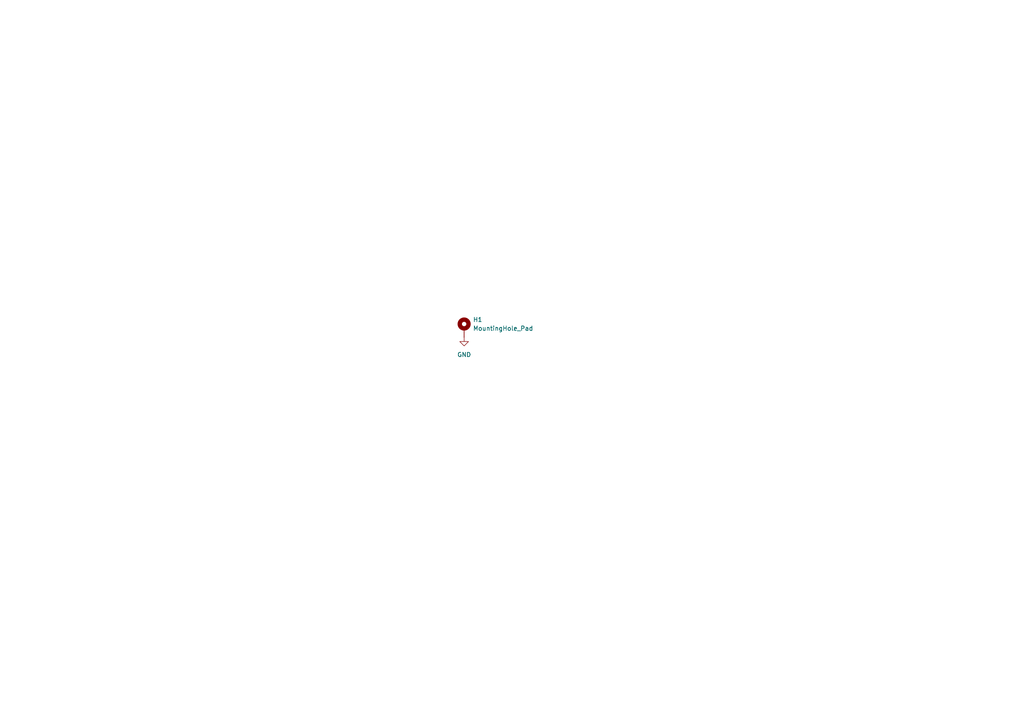
<source format=kicad_sch>
(kicad_sch (version 20250114) (generator "eeschema") (generator_version "9.0")
  (paper "A4")
  (lib_symbols
    (symbol "Mechanical:MountingHole_Pad" (pin_numbers (hide yes)) (pin_names (offset 1.016) (hide yes)) (in_bom no)
      (property "Reference" "H" (at 0 6.35 0))
      (property "Value" "MountingHole_Pad" (at 0 4.445 0))
      (symbol "MountingHole_Pad_0_1"
        (circle (center 0 1.27) (radius 1.27) (stroke (width 1.27)))
      )
      (symbol "MountingHole_Pad_1_1"
        (pin input line (at 0 -2.54 90) (length 2.54) (name "1") (number "1"))
      )
    )
    (symbol "power:GND" (power) (pin_numbers (hide yes)) (pin_names (offset 0) (hide yes))
      (property "Value" "GND" (at 0 -3.81 0))
      (symbol "GND_0_1"
        (polyline (pts (xy 0 0) (xy 0 -1.27) (xy 1.27 -1.27) (xy 0 -2.54) (xy -1.27 -1.27) (xy 0 -1.27)))
      )
      (symbol "GND_1_1"
        (pin power_in line (at 0 0 270) (length 0) (name "~") (number "1"))
      )
    )
  )
  (symbol (lib_id "Mechanical:MountingHole_Pad") (at 134.62 95.25 0) (unit 1) (in_bom no)
    (property "Reference" "H1" (at 137.16 92.7099 0) (effects (justify left)))
    (property "Value" "MountingHole_Pad" (at 137.16 95.2499 0) (effects (justify left)))
    (property "Footprint" "TestPoint:TestPoint_Plated_Hole_D3.0mm" (effects (hide yes)))
    (property "Description" "Mounting Hole with connection" (effects (hide yes)))
  )
  (symbol (lib_id "power:GND") (at 134.62 97.79 0) (unit 1)
    (property "Reference" "#PWR01" (effects (hide yes)))
    (property "Value" "GND" (at 134.62 102.87 0))
    (property "Description" "Power symbol creates a global label with name \"GND\" , ground" (effects (hide yes)))
  )
)
</source>
